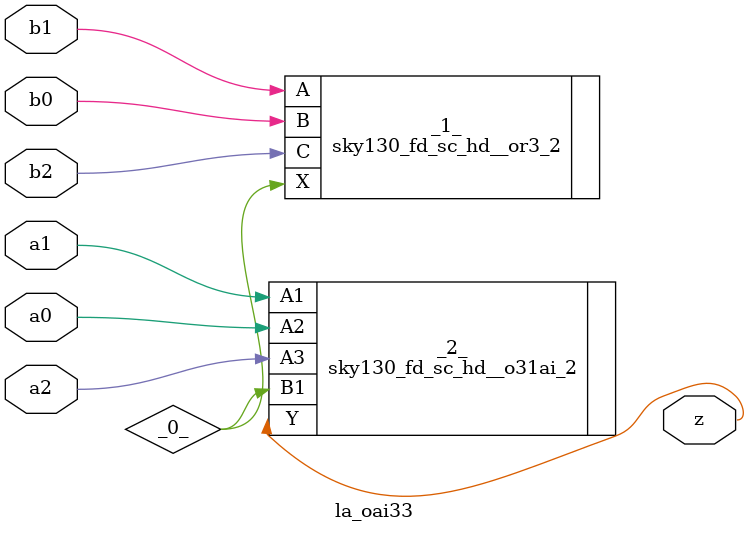
<source format=v>

module la_oai33(a0, a1, a2, b0, b1, b2, z);
  wire _0_;
  input a0;
  input a1;
  input a2;
  input b0;
  input b1;
  input b2;
  output z;
  sky130_fd_sc_hd__or3_2 _1_ (
    .A(b1),
    .B(b0),
    .C(b2),
    .X(_0_)
  );
  sky130_fd_sc_hd__o31ai_2 _2_ (
    .A1(a1),
    .A2(a0),
    .A3(a2),
    .B1(_0_),
    .Y(z)
  );
endmodule

</source>
